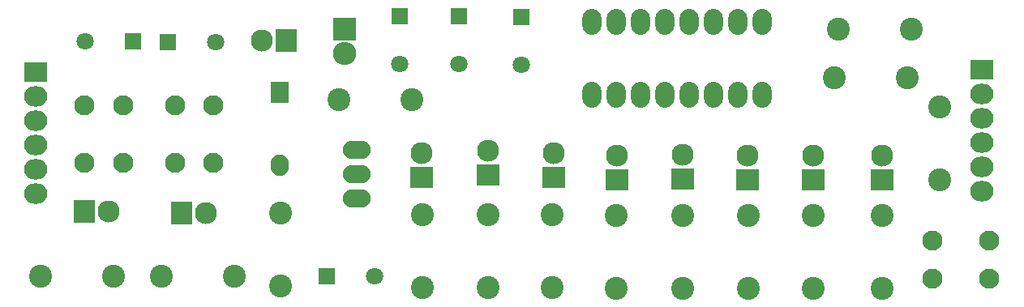
<source format=gbs>
G04 #@! TF.FileFunction,Soldermask,Bot*
%FSLAX46Y46*%
G04 Gerber Fmt 4.6, Leading zero omitted, Abs format (unit mm)*
G04 Created by KiCad (PCBNEW 4.0.1-3.201512221402+6198~38~ubuntu14.04.1-stable) date Wed 10 Feb 2016 11:41:12 PM PST*
%MOMM*%
G01*
G04 APERTURE LIST*
%ADD10C,0.100000*%
%ADD11R,2.400000X2.300000*%
%ADD12C,2.300000*%
%ADD13R,1.800000X1.800000*%
%ADD14C,1.800000*%
%ADD15R,2.300000X2.400000*%
%ADD16C,2.398980*%
%ADD17C,2.100000*%
%ADD18R,1.924000X2.224000*%
%ADD19O,1.924000X2.224000*%
%ADD20O,2.899360X1.901140*%
%ADD21O,2.000000X2.700000*%
%ADD22R,2.432000X2.432000*%
%ADD23O,2.432000X2.432000*%
%ADD24R,2.432000X2.127200*%
%ADD25O,2.432000X2.127200*%
G04 APERTURE END LIST*
D10*
D11*
X100965000Y-102704900D03*
D12*
X100965000Y-100164900D03*
D13*
X98679000Y-85813900D03*
D14*
X98679000Y-90813900D03*
D13*
X70866000Y-88480900D03*
D14*
X65866000Y-88480900D03*
D13*
X104902000Y-85813900D03*
D14*
X104902000Y-90813900D03*
D13*
X74485500Y-88544400D03*
D14*
X79485500Y-88544400D03*
D13*
X91059000Y-112991900D03*
D14*
X96059000Y-112991900D03*
D13*
X111379000Y-85940900D03*
D14*
X111379000Y-90940900D03*
D15*
X65786000Y-106260900D03*
D12*
X68326000Y-106260900D03*
D15*
X75946000Y-106387900D03*
D12*
X78486000Y-106387900D03*
D15*
X86868000Y-88353900D03*
D12*
X84328000Y-88353900D03*
D11*
X149034500Y-102958900D03*
D12*
X149034500Y-100418900D03*
D11*
X141859000Y-102895400D03*
D12*
X141859000Y-100355400D03*
D11*
X135001000Y-102895400D03*
D12*
X135001000Y-100355400D03*
D11*
X128270000Y-102831900D03*
D12*
X128270000Y-100291900D03*
D11*
X121348500Y-102895400D03*
D12*
X121348500Y-100355400D03*
D11*
X114744500Y-102704900D03*
D12*
X114744500Y-100164900D03*
D11*
X107886500Y-102450900D03*
D12*
X107886500Y-99910900D03*
D16*
X68834000Y-112991900D03*
X61214000Y-112991900D03*
X73787000Y-112991900D03*
X81407000Y-112991900D03*
X151701500Y-92227400D03*
X144081500Y-92227400D03*
X99949000Y-94576900D03*
X92329000Y-94576900D03*
X86233000Y-106387900D03*
X86233000Y-114007900D03*
X144462500Y-87210900D03*
X152082500Y-87210900D03*
X149034500Y-106641900D03*
X149034500Y-114261900D03*
X141859000Y-106641900D03*
X141859000Y-114261900D03*
X135064500Y-106641900D03*
X135064500Y-114261900D03*
X128270000Y-106641900D03*
X128270000Y-114261900D03*
X121285000Y-106641900D03*
X121285000Y-114261900D03*
X114617500Y-106578400D03*
X114617500Y-114198400D03*
X107886500Y-106578400D03*
X107886500Y-114198400D03*
X101028500Y-106578400D03*
X101028500Y-114198400D03*
X155067000Y-102958900D03*
X155067000Y-95338900D03*
D17*
X69786000Y-95180900D03*
X69786000Y-101180900D03*
X65786000Y-95180900D03*
X65786000Y-101180900D03*
X79247500Y-95180900D03*
X79247500Y-101180900D03*
X75247500Y-95180900D03*
X75247500Y-101180900D03*
D18*
X86169500Y-93814900D03*
D19*
X86169500Y-101434900D03*
D17*
X154274000Y-109245900D03*
X160274000Y-109245900D03*
X154274000Y-113245900D03*
X160274000Y-113245900D03*
D20*
X94234000Y-102323900D03*
X94234000Y-104863900D03*
X94234000Y-99783900D03*
D21*
X118745000Y-94005400D03*
X121285000Y-94005400D03*
X123825000Y-94005400D03*
X126365000Y-94005400D03*
X128905000Y-94005400D03*
X131445000Y-94005400D03*
X133985000Y-94005400D03*
X136525000Y-94005400D03*
X136525000Y-86385400D03*
X133985000Y-86385400D03*
X131445000Y-86385400D03*
X128905000Y-86385400D03*
X126365000Y-86385400D03*
X123825000Y-86385400D03*
X121285000Y-86385400D03*
X118745000Y-86385400D03*
D22*
X92964000Y-87210900D03*
D23*
X92964000Y-89750900D03*
D24*
X60706000Y-91694000D03*
D25*
X60706000Y-94234000D03*
X60706000Y-96774000D03*
X60706000Y-99314000D03*
X60706000Y-101854000D03*
X60706000Y-104394000D03*
D24*
X159512000Y-91440000D03*
D25*
X159512000Y-93980000D03*
X159512000Y-96520000D03*
X159512000Y-99060000D03*
X159512000Y-101600000D03*
X159512000Y-104140000D03*
M02*

</source>
